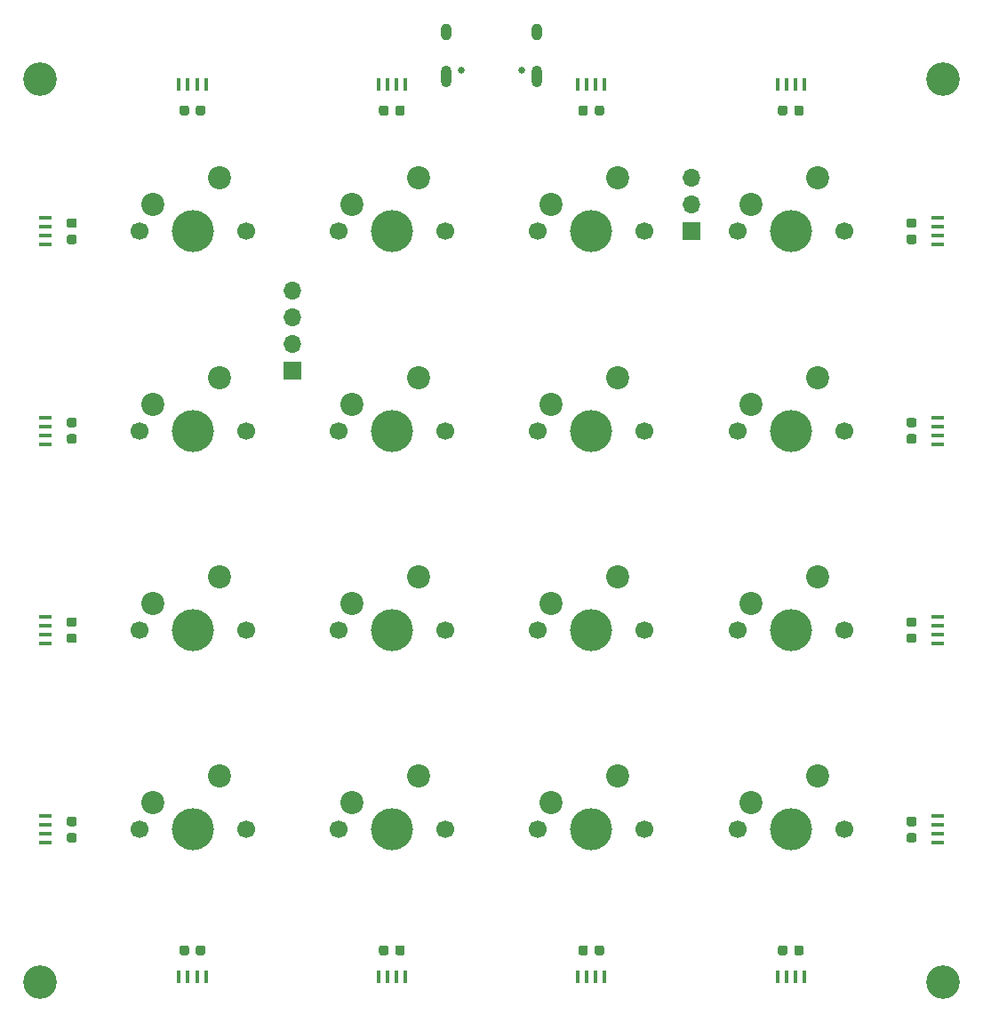
<source format=gts>
%TF.GenerationSoftware,KiCad,Pcbnew,5.1.9+dfsg1-1+deb11u1*%
%TF.CreationDate,2023-11-03T18:58:21+01:00*%
%TF.ProjectId,pcb,7063622e-6b69-4636-9164-5f7063625858,rev?*%
%TF.SameCoordinates,Original*%
%TF.FileFunction,Soldermask,Top*%
%TF.FilePolarity,Negative*%
%FSLAX46Y46*%
G04 Gerber Fmt 4.6, Leading zero omitted, Abs format (unit mm)*
G04 Created by KiCad (PCBNEW 5.1.9+dfsg1-1+deb11u1) date 2023-11-03 18:58:21*
%MOMM*%
%LPD*%
G01*
G04 APERTURE LIST*
%ADD10R,1.700000X1.700000*%
%ADD11O,1.700000X1.700000*%
%ADD12C,3.200000*%
%ADD13O,1.000000X1.600000*%
%ADD14C,0.650000*%
%ADD15O,1.000000X2.100000*%
%ADD16C,2.200000*%
%ADD17C,4.000000*%
%ADD18C,1.700000*%
%ADD19R,0.450000X1.300000*%
%ADD20R,1.300000X0.450000*%
G04 APERTURE END LIST*
D10*
%TO.C,J2*%
X19000000Y28500000D03*
D11*
X19000000Y31040000D03*
X19000000Y33580000D03*
%TD*%
D12*
%TO.C,REF\u002A\u002A*%
X-43000000Y-43000000D03*
%TD*%
%TO.C,REF\u002A\u002A*%
X43000000Y-43000000D03*
%TD*%
%TO.C,REF\u002A\u002A*%
X43000000Y43000000D03*
%TD*%
%TO.C,REF\u002A\u002A*%
X-43000000Y43000000D03*
%TD*%
D10*
%TO.C,J3*%
X-19000000Y15190000D03*
D11*
X-19000000Y17730000D03*
X-19000000Y20270000D03*
X-19000000Y22810000D03*
%TD*%
D13*
%TO.C,J1*%
X4320000Y47450001D03*
D14*
X2890000Y43800001D03*
D13*
X-4320000Y47450001D03*
D14*
X-2890000Y43800001D03*
D15*
X-4320000Y43270001D03*
X4320000Y43270001D03*
%TD*%
D16*
%TO.C,SW2*%
X-25960000Y33580000D03*
X-32310000Y31040000D03*
D17*
X-28500000Y28500000D03*
D18*
X-33580000Y28500000D03*
X-23420000Y28500000D03*
%TD*%
D16*
%TO.C,SW3*%
X-25960000Y14580000D03*
X-32310000Y12040000D03*
D17*
X-28500000Y9500000D03*
D18*
X-33580000Y9500000D03*
X-23420000Y9500000D03*
%TD*%
%TO.C,SW4*%
X-23420000Y-9500000D03*
X-33580000Y-9500000D03*
D17*
X-28500000Y-9500000D03*
D16*
X-32310000Y-6960000D03*
X-25960000Y-4420000D03*
%TD*%
D18*
%TO.C,SW5*%
X-23420000Y-28500000D03*
X-33580000Y-28500000D03*
D17*
X-28500000Y-28500000D03*
D16*
X-32310000Y-25960000D03*
X-25960000Y-23420000D03*
%TD*%
%TO.C,SW6*%
X-6960000Y33580000D03*
X-13310000Y31040000D03*
D17*
X-9500000Y28500000D03*
D18*
X-14580000Y28500000D03*
X-4420000Y28500000D03*
%TD*%
D16*
%TO.C,SW7*%
X-6960000Y14580000D03*
X-13310000Y12040000D03*
D17*
X-9500000Y9500000D03*
D18*
X-14580000Y9500000D03*
X-4420000Y9500000D03*
%TD*%
%TO.C,SW8*%
X-4420000Y-9500000D03*
X-14580000Y-9500000D03*
D17*
X-9500000Y-9500000D03*
D16*
X-13310000Y-6960000D03*
X-6960000Y-4420000D03*
%TD*%
D18*
%TO.C,SW9*%
X-4420000Y-28500000D03*
X-14580000Y-28500000D03*
D17*
X-9500000Y-28500000D03*
D16*
X-13310000Y-25960000D03*
X-6960000Y-23420000D03*
%TD*%
D18*
%TO.C,SW10*%
X14580000Y28500000D03*
X4420000Y28500000D03*
D17*
X9500000Y28500000D03*
D16*
X5690000Y31040000D03*
X12040000Y33580000D03*
%TD*%
%TO.C,SW11*%
X12040000Y14580000D03*
X5690000Y12040000D03*
D17*
X9500000Y9500000D03*
D18*
X4420000Y9500000D03*
X14580000Y9500000D03*
%TD*%
%TO.C,SW12*%
X14580000Y-9500000D03*
X4420000Y-9500000D03*
D17*
X9500000Y-9500000D03*
D16*
X5690000Y-6960000D03*
X12040000Y-4420000D03*
%TD*%
%TO.C,SW13*%
X12040000Y-23420000D03*
X5690000Y-25960000D03*
D17*
X9500000Y-28500000D03*
D18*
X4420000Y-28500000D03*
X14580000Y-28500000D03*
%TD*%
D16*
%TO.C,SW14*%
X31040000Y33580000D03*
X24690000Y31040000D03*
D17*
X28500000Y28500000D03*
D18*
X23420000Y28500000D03*
X33580000Y28500000D03*
%TD*%
%TO.C,SW15*%
X33580000Y9500000D03*
X23420000Y9500000D03*
D17*
X28500000Y9500000D03*
D16*
X24690000Y12040000D03*
X31040000Y14580000D03*
%TD*%
D18*
%TO.C,SW16*%
X33580000Y-9500000D03*
X23420000Y-9500000D03*
D17*
X28500000Y-9500000D03*
D16*
X24690000Y-6960000D03*
X31040000Y-4420000D03*
%TD*%
%TO.C,SW17*%
X31040000Y-23420000D03*
X24690000Y-25960000D03*
D17*
X28500000Y-28500000D03*
D18*
X23420000Y-28500000D03*
X33580000Y-28500000D03*
%TD*%
D19*
%TO.C,D1*%
X-9925000Y42500000D03*
X-8225000Y42500000D03*
X-10775000Y42500000D03*
X-9075000Y42500000D03*
%TD*%
%TO.C,C2*%
G36*
G01*
X40250000Y-9175000D02*
X39750000Y-9175000D01*
G75*
G02*
X39525000Y-8950000I0J225000D01*
G01*
X39525000Y-8500000D01*
G75*
G02*
X39750000Y-8275000I225000J0D01*
G01*
X40250000Y-8275000D01*
G75*
G02*
X40475000Y-8500000I0J-225000D01*
G01*
X40475000Y-8950000D01*
G75*
G02*
X40250000Y-9175000I-225000J0D01*
G01*
G37*
G36*
G01*
X40250000Y-10725000D02*
X39750000Y-10725000D01*
G75*
G02*
X39525000Y-10500000I0J225000D01*
G01*
X39525000Y-10050000D01*
G75*
G02*
X39750000Y-9825000I225000J0D01*
G01*
X40250000Y-9825000D01*
G75*
G02*
X40475000Y-10050000I0J-225000D01*
G01*
X40475000Y-10500000D01*
G75*
G02*
X40250000Y-10725000I-225000J0D01*
G01*
G37*
%TD*%
%TO.C,C5*%
G36*
G01*
X-8275000Y40250000D02*
X-8275000Y39750000D01*
G75*
G02*
X-8500000Y39525000I-225000J0D01*
G01*
X-8950000Y39525000D01*
G75*
G02*
X-9175000Y39750000I0J225000D01*
G01*
X-9175000Y40250000D01*
G75*
G02*
X-8950000Y40475000I225000J0D01*
G01*
X-8500000Y40475000D01*
G75*
G02*
X-8275000Y40250000I0J-225000D01*
G01*
G37*
G36*
G01*
X-9825000Y40250000D02*
X-9825000Y39750000D01*
G75*
G02*
X-10050000Y39525000I-225000J0D01*
G01*
X-10500000Y39525000D01*
G75*
G02*
X-10725000Y39750000I0J225000D01*
G01*
X-10725000Y40250000D01*
G75*
G02*
X-10500000Y40475000I225000J0D01*
G01*
X-10050000Y40475000D01*
G75*
G02*
X-9825000Y40250000I0J-225000D01*
G01*
G37*
%TD*%
%TO.C,C7*%
G36*
G01*
X9825000Y-40250000D02*
X9825000Y-39750000D01*
G75*
G02*
X10050000Y-39525000I225000J0D01*
G01*
X10500000Y-39525000D01*
G75*
G02*
X10725000Y-39750000I0J-225000D01*
G01*
X10725000Y-40250000D01*
G75*
G02*
X10500000Y-40475000I-225000J0D01*
G01*
X10050000Y-40475000D01*
G75*
G02*
X9825000Y-40250000I0J225000D01*
G01*
G37*
G36*
G01*
X8275000Y-40250000D02*
X8275000Y-39750000D01*
G75*
G02*
X8500000Y-39525000I225000J0D01*
G01*
X8950000Y-39525000D01*
G75*
G02*
X9175000Y-39750000I0J-225000D01*
G01*
X9175000Y-40250000D01*
G75*
G02*
X8950000Y-40475000I-225000J0D01*
G01*
X8500000Y-40475000D01*
G75*
G02*
X8275000Y-40250000I0J225000D01*
G01*
G37*
%TD*%
%TO.C,C11*%
G36*
G01*
X28825000Y-40250000D02*
X28825000Y-39750000D01*
G75*
G02*
X29050000Y-39525000I225000J0D01*
G01*
X29500000Y-39525000D01*
G75*
G02*
X29725000Y-39750000I0J-225000D01*
G01*
X29725000Y-40250000D01*
G75*
G02*
X29500000Y-40475000I-225000J0D01*
G01*
X29050000Y-40475000D01*
G75*
G02*
X28825000Y-40250000I0J225000D01*
G01*
G37*
G36*
G01*
X27275000Y-40250000D02*
X27275000Y-39750000D01*
G75*
G02*
X27500000Y-39525000I225000J0D01*
G01*
X27950000Y-39525000D01*
G75*
G02*
X28175000Y-39750000I0J-225000D01*
G01*
X28175000Y-40250000D01*
G75*
G02*
X27950000Y-40475000I-225000J0D01*
G01*
X27500000Y-40475000D01*
G75*
G02*
X27275000Y-40250000I0J225000D01*
G01*
G37*
%TD*%
%TO.C,C12*%
G36*
G01*
X40250000Y27275000D02*
X39750000Y27275000D01*
G75*
G02*
X39525000Y27500000I0J225000D01*
G01*
X39525000Y27950000D01*
G75*
G02*
X39750000Y28175000I225000J0D01*
G01*
X40250000Y28175000D01*
G75*
G02*
X40475000Y27950000I0J-225000D01*
G01*
X40475000Y27500000D01*
G75*
G02*
X40250000Y27275000I-225000J0D01*
G01*
G37*
G36*
G01*
X40250000Y28825000D02*
X39750000Y28825000D01*
G75*
G02*
X39525000Y29050000I0J225000D01*
G01*
X39525000Y29500000D01*
G75*
G02*
X39750000Y29725000I225000J0D01*
G01*
X40250000Y29725000D01*
G75*
G02*
X40475000Y29500000I0J-225000D01*
G01*
X40475000Y29050000D01*
G75*
G02*
X40250000Y28825000I-225000J0D01*
G01*
G37*
%TD*%
%TO.C,C13*%
G36*
G01*
X40250000Y8275000D02*
X39750000Y8275000D01*
G75*
G02*
X39525000Y8500000I0J225000D01*
G01*
X39525000Y8950000D01*
G75*
G02*
X39750000Y9175000I225000J0D01*
G01*
X40250000Y9175000D01*
G75*
G02*
X40475000Y8950000I0J-225000D01*
G01*
X40475000Y8500000D01*
G75*
G02*
X40250000Y8275000I-225000J0D01*
G01*
G37*
G36*
G01*
X40250000Y9825000D02*
X39750000Y9825000D01*
G75*
G02*
X39525000Y10050000I0J225000D01*
G01*
X39525000Y10500000D01*
G75*
G02*
X39750000Y10725000I225000J0D01*
G01*
X40250000Y10725000D01*
G75*
G02*
X40475000Y10500000I0J-225000D01*
G01*
X40475000Y10050000D01*
G75*
G02*
X40250000Y9825000I-225000J0D01*
G01*
G37*
%TD*%
%TO.C,C14*%
G36*
G01*
X-10725000Y-40250000D02*
X-10725000Y-39750000D01*
G75*
G02*
X-10500000Y-39525000I225000J0D01*
G01*
X-10050000Y-39525000D01*
G75*
G02*
X-9825000Y-39750000I0J-225000D01*
G01*
X-9825000Y-40250000D01*
G75*
G02*
X-10050000Y-40475000I-225000J0D01*
G01*
X-10500000Y-40475000D01*
G75*
G02*
X-10725000Y-40250000I0J225000D01*
G01*
G37*
G36*
G01*
X-9175000Y-40250000D02*
X-9175000Y-39750000D01*
G75*
G02*
X-8950000Y-39525000I225000J0D01*
G01*
X-8500000Y-39525000D01*
G75*
G02*
X-8275000Y-39750000I0J-225000D01*
G01*
X-8275000Y-40250000D01*
G75*
G02*
X-8500000Y-40475000I-225000J0D01*
G01*
X-8950000Y-40475000D01*
G75*
G02*
X-9175000Y-40250000I0J225000D01*
G01*
G37*
%TD*%
%TO.C,C15*%
G36*
G01*
X-29725000Y-40250000D02*
X-29725000Y-39750000D01*
G75*
G02*
X-29500000Y-39525000I225000J0D01*
G01*
X-29050000Y-39525000D01*
G75*
G02*
X-28825000Y-39750000I0J-225000D01*
G01*
X-28825000Y-40250000D01*
G75*
G02*
X-29050000Y-40475000I-225000J0D01*
G01*
X-29500000Y-40475000D01*
G75*
G02*
X-29725000Y-40250000I0J225000D01*
G01*
G37*
G36*
G01*
X-28175000Y-40250000D02*
X-28175000Y-39750000D01*
G75*
G02*
X-27950000Y-39525000I225000J0D01*
G01*
X-27500000Y-39525000D01*
G75*
G02*
X-27275000Y-39750000I0J-225000D01*
G01*
X-27275000Y-40250000D01*
G75*
G02*
X-27500000Y-40475000I-225000J0D01*
G01*
X-27950000Y-40475000D01*
G75*
G02*
X-28175000Y-40250000I0J225000D01*
G01*
G37*
%TD*%
%TO.C,C16*%
G36*
G01*
X-40250000Y-9825000D02*
X-39750000Y-9825000D01*
G75*
G02*
X-39525000Y-10050000I0J-225000D01*
G01*
X-39525000Y-10500000D01*
G75*
G02*
X-39750000Y-10725000I-225000J0D01*
G01*
X-40250000Y-10725000D01*
G75*
G02*
X-40475000Y-10500000I0J225000D01*
G01*
X-40475000Y-10050000D01*
G75*
G02*
X-40250000Y-9825000I225000J0D01*
G01*
G37*
G36*
G01*
X-40250000Y-8275000D02*
X-39750000Y-8275000D01*
G75*
G02*
X-39525000Y-8500000I0J-225000D01*
G01*
X-39525000Y-8950000D01*
G75*
G02*
X-39750000Y-9175000I-225000J0D01*
G01*
X-40250000Y-9175000D01*
G75*
G02*
X-40475000Y-8950000I0J225000D01*
G01*
X-40475000Y-8500000D01*
G75*
G02*
X-40250000Y-8275000I225000J0D01*
G01*
G37*
%TD*%
%TO.C,C17*%
G36*
G01*
X40250000Y-28175000D02*
X39750000Y-28175000D01*
G75*
G02*
X39525000Y-27950000I0J225000D01*
G01*
X39525000Y-27500000D01*
G75*
G02*
X39750000Y-27275000I225000J0D01*
G01*
X40250000Y-27275000D01*
G75*
G02*
X40475000Y-27500000I0J-225000D01*
G01*
X40475000Y-27950000D01*
G75*
G02*
X40250000Y-28175000I-225000J0D01*
G01*
G37*
G36*
G01*
X40250000Y-29725000D02*
X39750000Y-29725000D01*
G75*
G02*
X39525000Y-29500000I0J225000D01*
G01*
X39525000Y-29050000D01*
G75*
G02*
X39750000Y-28825000I225000J0D01*
G01*
X40250000Y-28825000D01*
G75*
G02*
X40475000Y-29050000I0J-225000D01*
G01*
X40475000Y-29500000D01*
G75*
G02*
X40250000Y-29725000I-225000J0D01*
G01*
G37*
%TD*%
%TO.C,C18*%
G36*
G01*
X-40250000Y10725000D02*
X-39750000Y10725000D01*
G75*
G02*
X-39525000Y10500000I0J-225000D01*
G01*
X-39525000Y10050000D01*
G75*
G02*
X-39750000Y9825000I-225000J0D01*
G01*
X-40250000Y9825000D01*
G75*
G02*
X-40475000Y10050000I0J225000D01*
G01*
X-40475000Y10500000D01*
G75*
G02*
X-40250000Y10725000I225000J0D01*
G01*
G37*
G36*
G01*
X-40250000Y9175000D02*
X-39750000Y9175000D01*
G75*
G02*
X-39525000Y8950000I0J-225000D01*
G01*
X-39525000Y8500000D01*
G75*
G02*
X-39750000Y8275000I-225000J0D01*
G01*
X-40250000Y8275000D01*
G75*
G02*
X-40475000Y8500000I0J225000D01*
G01*
X-40475000Y8950000D01*
G75*
G02*
X-40250000Y9175000I225000J0D01*
G01*
G37*
%TD*%
%TO.C,C19*%
G36*
G01*
X-27275000Y40250000D02*
X-27275000Y39750000D01*
G75*
G02*
X-27500000Y39525000I-225000J0D01*
G01*
X-27950000Y39525000D01*
G75*
G02*
X-28175000Y39750000I0J225000D01*
G01*
X-28175000Y40250000D01*
G75*
G02*
X-27950000Y40475000I225000J0D01*
G01*
X-27500000Y40475000D01*
G75*
G02*
X-27275000Y40250000I0J-225000D01*
G01*
G37*
G36*
G01*
X-28825000Y40250000D02*
X-28825000Y39750000D01*
G75*
G02*
X-29050000Y39525000I-225000J0D01*
G01*
X-29500000Y39525000D01*
G75*
G02*
X-29725000Y39750000I0J225000D01*
G01*
X-29725000Y40250000D01*
G75*
G02*
X-29500000Y40475000I225000J0D01*
G01*
X-29050000Y40475000D01*
G75*
G02*
X-28825000Y40250000I0J-225000D01*
G01*
G37*
%TD*%
%TO.C,C20*%
G36*
G01*
X-40250000Y-28825000D02*
X-39750000Y-28825000D01*
G75*
G02*
X-39525000Y-29050000I0J-225000D01*
G01*
X-39525000Y-29500000D01*
G75*
G02*
X-39750000Y-29725000I-225000J0D01*
G01*
X-40250000Y-29725000D01*
G75*
G02*
X-40475000Y-29500000I0J225000D01*
G01*
X-40475000Y-29050000D01*
G75*
G02*
X-40250000Y-28825000I225000J0D01*
G01*
G37*
G36*
G01*
X-40250000Y-27275000D02*
X-39750000Y-27275000D01*
G75*
G02*
X-39525000Y-27500000I0J-225000D01*
G01*
X-39525000Y-27950000D01*
G75*
G02*
X-39750000Y-28175000I-225000J0D01*
G01*
X-40250000Y-28175000D01*
G75*
G02*
X-40475000Y-27950000I0J225000D01*
G01*
X-40475000Y-27500000D01*
G75*
G02*
X-40250000Y-27275000I225000J0D01*
G01*
G37*
%TD*%
%TO.C,C21*%
G36*
G01*
X10725000Y40250000D02*
X10725000Y39750000D01*
G75*
G02*
X10500000Y39525000I-225000J0D01*
G01*
X10050000Y39525000D01*
G75*
G02*
X9825000Y39750000I0J225000D01*
G01*
X9825000Y40250000D01*
G75*
G02*
X10050000Y40475000I225000J0D01*
G01*
X10500000Y40475000D01*
G75*
G02*
X10725000Y40250000I0J-225000D01*
G01*
G37*
G36*
G01*
X9175000Y40250000D02*
X9175000Y39750000D01*
G75*
G02*
X8950000Y39525000I-225000J0D01*
G01*
X8500000Y39525000D01*
G75*
G02*
X8275000Y39750000I0J225000D01*
G01*
X8275000Y40250000D01*
G75*
G02*
X8500000Y40475000I225000J0D01*
G01*
X8950000Y40475000D01*
G75*
G02*
X9175000Y40250000I0J-225000D01*
G01*
G37*
%TD*%
%TO.C,C22*%
G36*
G01*
X-40250000Y28175000D02*
X-39750000Y28175000D01*
G75*
G02*
X-39525000Y27950000I0J-225000D01*
G01*
X-39525000Y27500000D01*
G75*
G02*
X-39750000Y27275000I-225000J0D01*
G01*
X-40250000Y27275000D01*
G75*
G02*
X-40475000Y27500000I0J225000D01*
G01*
X-40475000Y27950000D01*
G75*
G02*
X-40250000Y28175000I225000J0D01*
G01*
G37*
G36*
G01*
X-40250000Y29725000D02*
X-39750000Y29725000D01*
G75*
G02*
X-39525000Y29500000I0J-225000D01*
G01*
X-39525000Y29050000D01*
G75*
G02*
X-39750000Y28825000I-225000J0D01*
G01*
X-40250000Y28825000D01*
G75*
G02*
X-40475000Y29050000I0J225000D01*
G01*
X-40475000Y29500000D01*
G75*
G02*
X-40250000Y29725000I225000J0D01*
G01*
G37*
%TD*%
%TO.C,C23*%
G36*
G01*
X28175000Y40250000D02*
X28175000Y39750000D01*
G75*
G02*
X27950000Y39525000I-225000J0D01*
G01*
X27500000Y39525000D01*
G75*
G02*
X27275000Y39750000I0J225000D01*
G01*
X27275000Y40250000D01*
G75*
G02*
X27500000Y40475000I225000J0D01*
G01*
X27950000Y40475000D01*
G75*
G02*
X28175000Y40250000I0J-225000D01*
G01*
G37*
G36*
G01*
X29725000Y40250000D02*
X29725000Y39750000D01*
G75*
G02*
X29500000Y39525000I-225000J0D01*
G01*
X29050000Y39525000D01*
G75*
G02*
X28825000Y39750000I0J225000D01*
G01*
X28825000Y40250000D01*
G75*
G02*
X29050000Y40475000I225000J0D01*
G01*
X29500000Y40475000D01*
G75*
G02*
X29725000Y40250000I0J-225000D01*
G01*
G37*
%TD*%
%TO.C,D2*%
X9925000Y-42500000D03*
X8225000Y-42500000D03*
X10775000Y-42500000D03*
X9075000Y-42500000D03*
%TD*%
%TO.C,D3*%
X-28075000Y42500000D03*
X-29775000Y42500000D03*
X-27225000Y42500000D03*
X-28925000Y42500000D03*
%TD*%
%TO.C,D4*%
X28925000Y-42500000D03*
X27225000Y-42500000D03*
X29775000Y-42500000D03*
X28075000Y-42500000D03*
%TD*%
D20*
%TO.C,D21*%
X-42500000Y28075000D03*
X-42500000Y29775000D03*
X-42500000Y27225000D03*
X-42500000Y28925000D03*
%TD*%
%TO.C,D22*%
X42500000Y-28925000D03*
X42500000Y-27225000D03*
X42500000Y-29775000D03*
X42500000Y-28075000D03*
%TD*%
%TO.C,D23*%
X-42500000Y9075000D03*
X-42500000Y10775000D03*
X-42500000Y8225000D03*
X-42500000Y9925000D03*
%TD*%
%TO.C,D24*%
X42500000Y-9925000D03*
X42500000Y-8225000D03*
X42500000Y-10775000D03*
X42500000Y-9075000D03*
%TD*%
%TO.C,D25*%
X-42500000Y-9925000D03*
X-42500000Y-8225000D03*
X-42500000Y-10775000D03*
X-42500000Y-9075000D03*
%TD*%
%TO.C,D26*%
X42500000Y9075000D03*
X42500000Y10775000D03*
X42500000Y8225000D03*
X42500000Y9925000D03*
%TD*%
%TO.C,D27*%
X-42500000Y-28925000D03*
X-42500000Y-27225000D03*
X-42500000Y-29775000D03*
X-42500000Y-28075000D03*
%TD*%
%TO.C,D28*%
X42500000Y28075000D03*
X42500000Y29775000D03*
X42500000Y27225000D03*
X42500000Y28925000D03*
%TD*%
D19*
%TO.C,D29*%
X-28075000Y-42500000D03*
X-29775000Y-42500000D03*
X-27225000Y-42500000D03*
X-28925000Y-42500000D03*
%TD*%
%TO.C,D30*%
X28075000Y42500000D03*
X29775000Y42500000D03*
X27225000Y42500000D03*
X28925000Y42500000D03*
%TD*%
%TO.C,D31*%
X-9925000Y-42500000D03*
X-8225000Y-42500000D03*
X-10775000Y-42500000D03*
X-9075000Y-42500000D03*
%TD*%
%TO.C,D32*%
X9925000Y42500000D03*
X8225000Y42500000D03*
X10775000Y42500000D03*
X9075000Y42500000D03*
%TD*%
M02*

</source>
